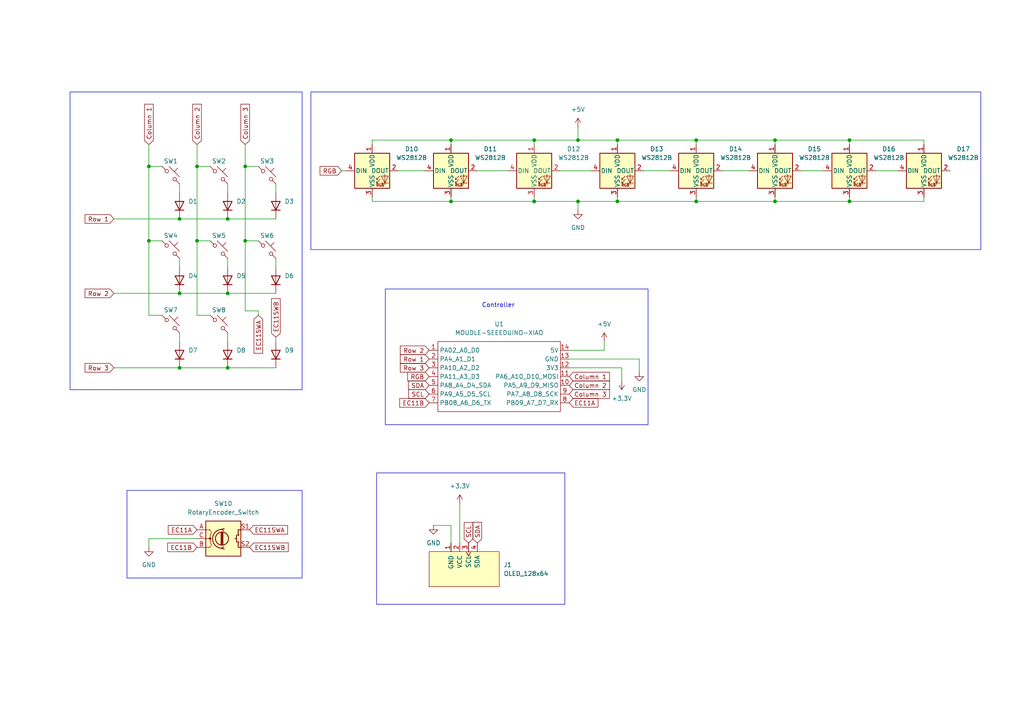
<source format=kicad_sch>
(kicad_sch (version 20231120) (generator "eeschema") (generator_version "8.0")
  (paper "A4")
  (lib_symbols
    (symbol "Device:D" (pin_numbers hide) (pin_names (offset 1.016) hide)
      (property "Reference" "D" (at 0 2.54 0))
      (property "Value" "D" (at 0 -2.54 0))
      (symbol "D_0_1"
        (polyline (pts (xy -1.27 1.27) (xy -1.27 -1.27)) (stroke (width 0.254)))
        (polyline (pts (xy 1.27 0) (xy -1.27 0)))
        (polyline (pts (xy 1.27 1.27) (xy 1.27 -1.27) (xy -1.27 0) (xy 1.27 1.27)) (stroke (width 0.254)))
      )
      (symbol "D_1_1"
        (pin passive line (at -3.81 0 0) (length 2.54) (name "K") (number "1"))
        (pin passive line (at 3.81 0 180) (length 2.54) (name "A") (number "2"))
      )
    )
    (symbol "Device:RotaryEncoder_Switch" (pin_names (offset 0.254) hide)
      (property "Reference" "SW" (at 0 6.604 0))
      (property "Value" "RotaryEncoder_Switch" (at 0 -6.604 0))
      (symbol "RotaryEncoder_Switch_0_1"
        (rectangle (start -5.08 5.08) (end 5.08 -5.08) (stroke (width 0.254)) (fill (type background)))
        (circle (center -3.81 0) (radius 0.254) (fill (type outline)))
        (circle (center -0.381 0) (radius 1.905) (stroke (width 0.254)))
        (arc (start -0.381 2.667) (mid -3.0988 -0.0635) (end -0.381 -2.794) (stroke (width 0.254)))
        (polyline (pts (xy -0.635 -1.778) (xy -0.635 1.778)) (stroke (width 0.254)))
        (polyline (pts (xy -0.381 -1.778) (xy -0.381 1.778)) (stroke (width 0.254)))
        (polyline (pts (xy -0.127 1.778) (xy -0.127 -1.778)) (stroke (width 0.254)))
        (polyline (pts (xy 3.81 0) (xy 3.429 0)) (stroke (width 0.254)))
        (polyline (pts (xy 3.81 1.016) (xy 3.81 -1.016)) (stroke (width 0.254)))
        (polyline (pts (xy -5.08 -2.54) (xy -3.81 -2.54) (xy -3.81 -2.032)))
        (polyline (pts (xy -5.08 2.54) (xy -3.81 2.54) (xy -3.81 2.032)))
        (polyline (pts (xy 0.254 -3.048) (xy -0.508 -2.794) (xy 0.127 -2.413)) (stroke (width 0.254)))
        (polyline (pts (xy 0.254 2.921) (xy -0.508 2.667) (xy 0.127 2.286)) (stroke (width 0.254)))
        (polyline (pts (xy 5.08 -2.54) (xy 4.318 -2.54) (xy 4.318 -1.016)) (stroke (width 0.254)))
        (polyline (pts (xy 5.08 2.54) (xy 4.318 2.54) (xy 4.318 1.016)) (stroke (width 0.254)))
        (polyline (pts (xy -5.08 0) (xy -3.81 0) (xy -3.81 -1.016) (xy -3.302 -2.032)))
        (polyline (pts (xy -4.318 0) (xy -3.81 0) (xy -3.81 1.016) (xy -3.302 2.032)))
        (circle (center 4.318 -1.016) (radius 0.127) (stroke (width 0.254)))
        (circle (center 4.318 1.016) (radius 0.127) (stroke (width 0.254)))
      )
      (symbol "RotaryEncoder_Switch_1_1"
        (pin passive line (at -7.62 2.54 0) (length 2.54) (name "A") (number "A"))
        (pin passive line (at -7.62 -2.54 0) (length 2.54) (name "B") (number "B"))
        (pin passive line (at -7.62 0 0) (length 2.54) (name "C") (number "C"))
        (pin passive line (at 7.62 2.54 180) (length 2.54) (name "S1") (number "S1"))
        (pin passive line (at 7.62 -2.54 180) (length 2.54) (name "S2") (number "S2"))
      )
    )
    (symbol "LED:WS2812B" (pin_names (offset 0.254))
      (property "Reference" "D" (at 5.08 5.715 0))
      (property "Value" "WS2812B" (at 1.27 -5.715 0))
      (symbol "WS2812B_0_0"
        (text "RGB" (at 2.286 -4.191 0) (effects (font (size 0.762 0.762))))
      )
      (symbol "WS2812B_0_1"
        (polyline (pts (xy 1.27 -3.556) (xy 1.778 -3.556)))
        (polyline (pts (xy 1.27 -2.54) (xy 1.778 -2.54)))
        (polyline (pts (xy 4.699 -3.556) (xy 2.667 -3.556)))
        (polyline (pts (xy 2.286 -2.54) (xy 1.27 -3.556) (xy 1.27 -3.048)))
        (polyline (pts (xy 2.286 -1.524) (xy 1.27 -2.54) (xy 1.27 -2.032)))
        (polyline (pts (xy 3.683 -1.016) (xy 3.683 -3.556) (xy 3.683 -4.064)))
        (polyline (pts (xy 4.699 -1.524) (xy 2.667 -1.524) (xy 3.683 -3.556) (xy 4.699 -1.524)))
        (rectangle (start 5.08 5.08) (end -5.08 -5.08) (stroke (width 0.254)) (fill (type background)))
      )
      (symbol "WS2812B_1_1"
        (pin power_in line (at 0 7.62 270) (length 2.54) (name "VDD") (number "1"))
        (pin output line (at 7.62 0 180) (length 2.54) (name "DOUT") (number "2"))
        (pin power_in line (at 0 -7.62 90) (length 2.54) (name "VSS") (number "3"))
        (pin input line (at -7.62 0 0) (length 2.54) (name "DIN") (number "4"))
      )
    )
    (symbol "ScottoKeebs:OLED_128x64" (pin_names (offset 1.016))
      (property "Reference" "J" (at 0 -11.43 0))
      (property "Value" "OLED_128x64" (at 0 -7.62 0))
      (symbol "OLED_128x64_0_1"
        (rectangle (start 10.16 -10.16) (end -10.16 0) (fill (type background)))
      )
      (symbol "OLED_128x64_1_1"
        (pin power_in line (at -3.81 2.54 270) (length 2.54) (name "GND") (number "1"))
        (pin power_in line (at -1.27 2.54 270) (length 2.54) (name "VCC") (number "2"))
        (pin input clock (at 1.27 2.54 270) (length 2.54) (name "SCL") (number "3"))
        (pin bidirectional line (at 3.81 2.54 270) (length 2.54) (name "SDA") (number "4"))
      )
    )
    (symbol "Switch:SW_Push_45deg" (pin_numbers hide) (pin_names (offset 1.016) hide)
      (property "Reference" "SW" (at 3.048 1.016 0))
      (property "Value" "SW_Push_45deg" (at 0 -3.81 0))
      (symbol "SW_Push_45deg_0_1"
        (circle (center -1.1684 1.1684) (radius 0.508))
        (polyline (pts (xy -0.508 2.54) (xy 2.54 -0.508)))
        (polyline (pts (xy 1.016 1.016) (xy 2.032 2.032)))
        (polyline (pts (xy -2.54 2.54) (xy -1.524 1.524) (xy -1.524 1.524)))
        (polyline (pts (xy 1.524 -1.524) (xy 2.54 -2.54) (xy 2.54 -2.54) (xy 2.54 -2.54)))
        (circle (center 1.143 -1.1938) (radius 0.508))
        (pin passive line (at -2.54 2.54 0) (length 0) (name "1") (number "1"))
        (pin passive line (at 2.54 -2.54 180) (length 0) (name "2") (number "2"))
      )
    )
    (symbol "XIAO_RP2040:MOUDLE-SEEEDUINO-XIAO"
      (property "Reference" "U" (at -16.51 11.43 0))
      (property "Value" "MOUDLE-SEEEDUINO-XIAO" (at -3.81 -11.43 0))
      (symbol "MOUDLE-SEEEDUINO-XIAO_0_1"
        (rectangle (start -16.51 10.16) (end 19.05 -10.16))
      )
      (symbol "MOUDLE-SEEEDUINO-XIAO_1_1"
        (pin passive line (at -19.05 7.62 0) (length 2.54) (name "PA02_A0_D0") (number "1"))
        (pin passive line (at 21.59 -2.54 180) (length 2.54) (name "PA5_A9_D9_MISO") (number "10"))
        (pin passive line (at 21.59 0 180) (length 2.54) (name "PA6_A10_D10_MOSI") (number "11"))
        (pin passive line (at 21.59 2.54 180) (length 2.54) (name "3V3") (number "12"))
        (pin passive line (at 21.59 5.08 180) (length 2.54) (name "GND") (number "13"))
        (pin passive line (at 21.59 7.62 180) (length 2.54) (name "5V") (number "14"))
        (pin passive line (at -19.05 5.08 0) (length 2.54) (name "PA4_A1_D1") (number "2"))
        (pin passive line (at -19.05 2.54 0) (length 2.54) (name "PA10_A2_D2") (number "3"))
        (pin passive line (at -19.05 0 0) (length 2.54) (name "PA11_A3_D3") (number "4"))
        (pin passive line (at -19.05 -2.54 0) (length 2.54) (name "PA8_A4_D4_SDA") (number "5"))
        (pin passive line (at -19.05 -5.08 0) (length 2.54) (name "PA9_A5_D5_SCL") (number "6"))
        (pin passive line (at -19.05 -7.62 0) (length 2.54) (name "PB08_A6_D6_TX") (number "7"))
        (pin passive line (at 21.59 -7.62 180) (length 2.54) (name "PB09_A7_D7_RX") (number "8"))
        (pin passive line (at 21.59 -5.08 180) (length 2.54) (name "PA7_A8_D8_SCK") (number "9"))
      )
    )
    (symbol "power:+3.3V" (power) (pin_numbers hide) (pin_names (offset 0) hide)
      (property "Value" "+3.3V" (at 0 3.556 0))
      (symbol "+3.3V_0_1"
        (polyline (pts (xy -0.762 1.27) (xy 0 2.54)))
        (polyline (pts (xy 0 0) (xy 0 2.54)))
        (polyline (pts (xy 0 2.54) (xy 0.762 1.27)))
      )
      (symbol "+3.3V_1_1"
        (pin power_in line (at 0 0 90) (length 0) (name "~") (number "1"))
      )
    )
    (symbol "power:+5V" (power) (pin_numbers hide) (pin_names (offset 0) hide)
      (property "Value" "+5V" (at 0 3.556 0))
      (symbol "+5V_0_1"
        (polyline (pts (xy -0.762 1.27) (xy 0 2.54)))
        (polyline (pts (xy 0 0) (xy 0 2.54)))
        (polyline (pts (xy 0 2.54) (xy 0.762 1.27)))
      )
      (symbol "+5V_1_1"
        (pin power_in line (at 0 0 90) (length 0) (name "~") (number "1"))
      )
    )
    (symbol "power:GND" (power) (pin_numbers hide) (pin_names (offset 0) hide)
      (property "Value" "GND" (at 0 -3.81 0))
      (symbol "GND_0_1"
        (polyline (pts (xy 0 0) (xy 0 -1.27) (xy 1.27 -1.27) (xy 0 -2.54) (xy -1.27 -1.27) (xy 0 -1.27)))
      )
      (symbol "GND_1_1"
        (pin power_in line (at 0 0 270) (length 0) (name "~") (number "1"))
      )
    )
  )
  (junction (at 167.64 40.64))
  (junction (at 154.94 58.42))
  (junction (at 130.81 58.42))
  (junction (at 52.07 85.09))
  (junction (at 57.15 69.85))
  (junction (at 201.93 40.64))
  (junction (at 130.81 40.64))
  (junction (at 66.04 85.09))
  (junction (at 224.79 40.64))
  (junction (at 71.12 48.26))
  (junction (at 224.79 58.42))
  (junction (at 43.18 69.85))
  (junction (at 52.07 106.68))
  (junction (at 246.38 40.64))
  (junction (at 57.15 48.26))
  (junction (at 179.07 40.64))
  (junction (at 43.18 48.26))
  (junction (at 66.04 106.68))
  (junction (at 154.94 40.64))
  (junction (at 179.07 58.42))
  (junction (at 52.07 63.5))
  (junction (at 66.04 63.5))
  (junction (at 201.93 58.42))
  (junction (at 71.12 69.85))
  (junction (at 246.38 58.42))
  (junction (at 167.64 58.42))
  (wire (pts (xy 267.97 57.15) (xy 267.97 58.42)))
  (wire (pts (xy 185.42 104.14) (xy 185.42 107.95)))
  (wire (pts (xy 71.12 41.91) (xy 71.12 48.26)))
  (wire (pts (xy 130.81 58.42) (xy 130.81 57.15)))
  (wire (pts (xy 57.15 48.26) (xy 60.96 48.26)))
  (wire (pts (xy 52.07 63.5) (xy 66.04 63.5)))
  (wire (pts (xy 179.07 58.42) (xy 201.93 58.42)))
  (wire (pts (xy 246.38 58.42) (xy 224.79 58.42)))
  (wire (pts (xy 165.1 104.14) (xy 185.42 104.14)))
  (wire (pts (xy 71.12 48.26) (xy 71.12 69.85)))
  (wire (pts (xy 66.04 106.68) (xy 80.01 106.68)))
  (wire (pts (xy 224.79 40.64) (xy 224.79 41.91)))
  (wire (pts (xy 254 49.53) (xy 260.35 49.53)))
  (wire (pts (xy 267.97 58.42) (xy 246.38 58.42)))
  (wire (pts (xy 179.07 40.64) (xy 167.64 40.64)))
  (wire (pts (xy 167.64 58.42) (xy 167.64 60.96)))
  (wire (pts (xy 267.97 40.64) (xy 246.38 40.64)))
  (wire (pts (xy 167.64 58.42) (xy 179.07 58.42)))
  (wire (pts (xy 33.02 106.68) (xy 52.07 106.68)))
  (wire (pts (xy 57.15 41.91) (xy 57.15 48.26)))
  (wire (pts (xy 66.04 74.93) (xy 66.04 77.47)))
  (wire (pts (xy 33.02 85.09) (xy 52.07 85.09)))
  (wire (pts (xy 179.07 40.64) (xy 179.07 41.91)))
  (wire (pts (xy 180.34 106.68) (xy 180.34 110.49)))
  (wire (pts (xy 107.95 40.64) (xy 130.81 40.64)))
  (wire (pts (xy 66.04 53.34) (xy 66.04 55.88)))
  (wire (pts (xy 71.12 90.17) (xy 74.93 90.17)))
  (wire (pts (xy 154.94 58.42) (xy 167.64 58.42)))
  (wire (pts (xy 179.07 58.42) (xy 179.07 57.15)))
  (wire (pts (xy 209.55 49.53) (xy 217.17 49.53)))
  (wire (pts (xy 71.12 48.26) (xy 74.93 48.26)))
  (wire (pts (xy 57.15 69.85) (xy 57.15 91.44)))
  (wire (pts (xy 246.38 57.15) (xy 246.38 58.42)))
  (wire (pts (xy 43.18 41.91) (xy 43.18 48.26)))
  (wire (pts (xy 201.93 58.42) (xy 201.93 57.15)))
  (wire (pts (xy 57.15 48.26) (xy 57.15 69.85)))
  (wire (pts (xy 66.04 63.5) (xy 80.01 63.5)))
  (wire (pts (xy 43.18 69.85) (xy 46.99 69.85)))
  (wire (pts (xy 74.93 90.17) (xy 74.93 91.44)))
  (wire (pts (xy 224.79 40.64) (xy 201.93 40.64)))
  (wire (pts (xy 167.64 40.64) (xy 167.64 36.83)))
  (wire (pts (xy 154.94 40.64) (xy 154.94 41.91)))
  (wire (pts (xy 66.04 85.09) (xy 80.01 85.09)))
  (wire (pts (xy 66.04 96.52) (xy 66.04 99.06)))
  (wire (pts (xy 154.94 40.64) (xy 167.64 40.64)))
  (wire (pts (xy 154.94 58.42) (xy 154.94 57.15)))
  (wire (pts (xy 52.07 96.52) (xy 52.07 99.06)))
  (wire (pts (xy 246.38 41.91) (xy 246.38 40.64)))
  (wire (pts (xy 107.95 40.64) (xy 107.95 41.91)))
  (wire (pts (xy 224.79 58.42) (xy 224.79 57.15)))
  (wire (pts (xy 130.81 152.4) (xy 125.73 152.4)))
  (wire (pts (xy 107.95 58.42) (xy 130.81 58.42)))
  (wire (pts (xy 165.1 101.6) (xy 175.26 101.6)))
  (wire (pts (xy 115.57 49.53) (xy 123.19 49.53)))
  (wire (pts (xy 52.07 106.68) (xy 66.04 106.68)))
  (wire (pts (xy 52.07 85.09) (xy 66.04 85.09)))
  (wire (pts (xy 43.18 91.44) (xy 46.99 91.44)))
  (wire (pts (xy 57.15 69.85) (xy 60.96 69.85)))
  (wire (pts (xy 80.01 74.93) (xy 80.01 77.47)))
  (wire (pts (xy 130.81 40.64) (xy 154.94 40.64)))
  (wire (pts (xy 33.02 63.5) (xy 52.07 63.5)))
  (wire (pts (xy 186.69 49.53) (xy 194.31 49.53)))
  (wire (pts (xy 43.18 48.26) (xy 43.18 69.85)))
  (wire (pts (xy 52.07 74.93) (xy 52.07 77.47)))
  (wire (pts (xy 43.18 48.26) (xy 46.99 48.26)))
  (wire (pts (xy 201.93 40.64) (xy 179.07 40.64)))
  (wire (pts (xy 130.81 40.64) (xy 130.81 41.91)))
  (wire (pts (xy 138.43 49.53) (xy 147.32 49.53)))
  (wire (pts (xy 246.38 40.64) (xy 224.79 40.64)))
  (wire (pts (xy 99.06 49.53) (xy 100.33 49.53)))
  (wire (pts (xy 43.18 69.85) (xy 43.18 91.44)))
  (wire (pts (xy 130.81 58.42) (xy 154.94 58.42)))
  (wire (pts (xy 130.81 157.48) (xy 130.81 152.4)))
  (wire (pts (xy 107.95 58.42) (xy 107.95 57.15)))
  (wire (pts (xy 133.35 146.05) (xy 133.35 157.48)))
  (wire (pts (xy 232.41 49.53) (xy 238.76 49.53)))
  (wire (pts (xy 57.15 91.44) (xy 60.96 91.44)))
  (wire (pts (xy 43.18 158.75) (xy 43.18 156.21)))
  (wire (pts (xy 201.93 58.42) (xy 224.79 58.42)))
  (wire (pts (xy 162.56 49.53) (xy 171.45 49.53)))
  (wire (pts (xy 201.93 40.64) (xy 201.93 41.91)))
  (wire (pts (xy 52.07 53.34) (xy 52.07 55.88)))
  (wire (pts (xy 71.12 69.85) (xy 71.12 90.17)))
  (wire (pts (xy 175.26 101.6) (xy 175.26 99.06)))
  (wire (pts (xy 267.97 41.91) (xy 267.97 40.64)))
  (wire (pts (xy 165.1 106.68) (xy 180.34 106.68)))
  (wire (pts (xy 43.18 156.21) (xy 57.15 156.21)))
  (wire (pts (xy 80.01 53.34) (xy 80.01 55.88)))
  (wire (pts (xy 71.12 69.85) (xy 74.93 69.85)))
  (wire (pts (xy 80.01 97.79) (xy 80.01 99.06)))
  (rectangle (start 109.22 137.16) (end 163.83 175.26))
  (rectangle (start 90.17 26.67) (end 284.48 72.39))
  (rectangle (start 36.83 142.24) (end 87.63 167.64))
  (rectangle (start 111.76 83.82) (end 187.96 123.19))
  (rectangle (start 20.32 26.67) (end 87.63 113.03))
  (text "Controller" (at 144.526 88.646 0) (effects (font (size 1.27 1.27))))
  (global_label "Row 3" (shape input) (at 124.46 106.68 180) (property "Intersheetrefs" "${INTERSHEET_REFS}" (effects (hide yes))))
  (global_label "Column 1" (shape input) (at 165.1 109.22 0) (property "Intersheetrefs" "${INTERSHEET_REFS}" (effects (hide yes))))
  (global_label "Column 2" (shape input) (at 165.1 111.76 0) (property "Intersheetrefs" "${INTERSHEET_REFS}" (effects (hide yes))))
  (global_label "Row 2" (shape input) (at 124.46 101.6 180) (property "Intersheetrefs" "${INTERSHEET_REFS}" (effects (hide yes))))
  (global_label "EC11SWB" (shape input) (at 72.39 158.75 0) (property "Intersheetrefs" "${INTERSHEET_REFS}" (effects (hide yes))))
  (global_label "EC11B" (shape input) (at 57.15 158.75 180) (property "Intersheetrefs" "${INTERSHEET_REFS}" (effects (hide yes))))
  (global_label "Row 1" (shape input) (at 124.46 104.14 180) (property "Intersheetrefs" "${INTERSHEET_REFS}" (effects (hide yes))))
  (global_label "SCL" (shape input) (at 124.46 114.3 180) (property "Intersheetrefs" "${INTERSHEET_REFS}" (effects (hide yes))))
  (global_label "EC11A" (shape input) (at 57.15 153.67 180) (property "Intersheetrefs" "${INTERSHEET_REFS}" (effects (hide yes))))
  (global_label "EC11B" (shape input) (at 124.46 116.84 180) (property "Intersheetrefs" "${INTERSHEET_REFS}" (effects (hide yes))))
  (global_label "SDA" (shape input) (at 138.43 157.48 90) (property "Intersheetrefs" "${INTERSHEET_REFS}" (effects (hide yes))))
  (global_label "EC11SWA" (shape input) (at 74.93 91.44 270) (property "Intersheetrefs" "${INTERSHEET_REFS}" (effects (hide yes))))
  (global_label "SCL" (shape input) (at 135.89 157.48 90) (property "Intersheetrefs" "${INTERSHEET_REFS}" (effects (hide yes))))
  (global_label "Row 3" (shape input) (at 33.02 106.68 180) (property "Intersheetrefs" "${INTERSHEET_REFS}" (effects (hide yes))))
  (global_label "Column 2" (shape input) (at 57.15 41.91 90) (property "Intersheetrefs" "${INTERSHEET_REFS}" (effects (hide yes))))
  (global_label "Column 3" (shape input) (at 71.12 41.91 90) (property "Intersheetrefs" "${INTERSHEET_REFS}" (effects (hide yes))))
  (global_label "Column 3" (shape input) (at 165.1 114.3 0) (property "Intersheetrefs" "${INTERSHEET_REFS}" (effects (hide yes))))
  (global_label "SDA" (shape input) (at 124.46 111.76 180) (property "Intersheetrefs" "${INTERSHEET_REFS}" (effects (hide yes))))
  (global_label "EC11SWA" (shape input) (at 72.39 153.67 0) (property "Intersheetrefs" "${INTERSHEET_REFS}" (effects (hide yes))))
  (global_label "RGB" (shape input) (at 99.06 49.53 180) (property "Intersheetrefs" "${INTERSHEET_REFS}" (effects (hide yes))))
  (global_label "Row 2" (shape input) (at 33.02 85.09 180) (property "Intersheetrefs" "${INTERSHEET_REFS}" (effects (hide yes))))
  (global_label "EC11SWB" (shape input) (at 80.01 97.79 90) (property "Intersheetrefs" "${INTERSHEET_REFS}" (effects (hide yes))))
  (global_label "Row 1" (shape input) (at 33.02 63.5 180) (property "Intersheetrefs" "${INTERSHEET_REFS}" (effects (hide yes))))
  (global_label "RGB" (shape input) (at 124.46 109.22 180) (property "Intersheetrefs" "${INTERSHEET_REFS}" (effects (hide yes))))
  (global_label "Column 1" (shape input) (at 43.18 41.91 90) (property "Intersheetrefs" "${INTERSHEET_REFS}" (effects (hide yes))))
  (global_label "EC11A" (shape input) (at 165.1 116.84 0) (property "Intersheetrefs" "${INTERSHEET_REFS}" (effects (hide yes))))
  (symbol (lib_id "power:+5V") (at 175.26 99.06 0) (unit 1)
    (property "Reference" "#PWR02" (effects (hide yes)))
    (property "Value" "+5V" (at 175.26 93.98 0))
    (property "Description" "Power symbol creates a global label with name \"+5V\"" (effects (hide yes)))
  )
  (symbol (lib_id "Switch:SW_Push_45deg") (at 49.53 93.98 0) (unit 1)
    (property "Reference" "SW7" (at 49.53 89.916 0))
    (property "Value" "SW_Push_45deg" (effects (hide yes)))
    (property "Footprint" "ScottoKeebs_MX:MX_PCB_1.00u" (effects (hide yes)))
    (property "Description" "Push button switch, normally open, two pins, 45° tilted" (effects (hide yes)))
  )
  (symbol (lib_id "power:GND") (at 167.64 60.96 0) (unit 1)
    (property "Reference" "#PWR06" (effects (hide yes)))
    (property "Value" "GND" (at 167.64 66.04 0))
    (property "Description" "Power symbol creates a global label with name \"GND\" , ground" (effects (hide yes)))
  )
  (symbol (lib_id "LED:WS2812B") (at 107.95 49.53 0) (unit 1)
    (property "Reference" "D10" (at 119.38 43.2114 0))
    (property "Value" "WS2812B" (at 119.38 45.7514 0))
    (property "Footprint" "ScottoKeebs_Components:LED_WS2812B" (effects (hide yes)))
    (property "Datasheet" "https://cdn-shop.adafruit.com/datasheets/WS2812B.pdf" (effects (hide yes)))
    (property "Description" "RGB LED with integrated controller" (effects (hide yes)))
  )
  (symbol (lib_id "LED:WS2812B") (at 201.93 49.53 0) (unit 1)
    (property "Reference" "D14" (at 213.36 43.2114 0))
    (property "Value" "WS2812B" (at 213.36 45.7514 0))
    (property "Footprint" "ScottoKeebs_Components:LED_WS2812B" (effects (hide yes)))
    (property "Datasheet" "https://cdn-shop.adafruit.com/datasheets/WS2812B.pdf" (effects (hide yes)))
    (property "Description" "RGB LED with integrated controller" (effects (hide yes)))
  )
  (symbol (lib_id "Device:D") (at 52.07 81.28 90) (unit 1)
    (property "Reference" "D4" (at 54.61 80.0099 90) (effects (justify right)))
    (property "Value" "D" (effects (hide yes)))
    (property "Footprint" "ScottoKeebs_Components:Diode_DO-35" (effects (hide yes)))
    (property "Description" "Diode" (effects (hide yes)))
    (property "Sim.Device" "D" (effects (hide yes)))
    (property "Sim.Pins" "1=K 2=A" (effects (hide yes)))
  )
  (symbol (lib_id "LED:WS2812B") (at 224.79 49.53 0) (unit 1)
    (property "Reference" "D15" (at 236.22 43.2114 0))
    (property "Value" "WS2812B" (at 236.22 45.7514 0))
    (property "Footprint" "ScottoKeebs_Components:LED_WS2812B" (effects (hide yes)))
    (property "Datasheet" "https://cdn-shop.adafruit.com/datasheets/WS2812B.pdf" (effects (hide yes)))
    (property "Description" "RGB LED with integrated controller" (effects (hide yes)))
  )
  (symbol (lib_id "LED:WS2812B") (at 246.38 49.53 0) (unit 1)
    (property "Reference" "D16" (at 257.81 43.2114 0))
    (property "Value" "WS2812B" (at 257.81 45.7514 0))
    (property "Footprint" "ScottoKeebs_Components:LED_WS2812B" (effects (hide yes)))
    (property "Datasheet" "https://cdn-shop.adafruit.com/datasheets/WS2812B.pdf" (effects (hide yes)))
    (property "Description" "RGB LED with integrated controller" (effects (hide yes)))
  )
  (symbol (lib_id "Switch:SW_Push_45deg") (at 63.5 93.98 0) (unit 1)
    (property "Reference" "SW8" (at 63.5 89.916 0))
    (property "Value" "SW_Push_45deg" (effects (hide yes)))
    (property "Footprint" "ScottoKeebs_MX:MX_PCB_1.00u" (effects (hide yes)))
    (property "Description" "Push button switch, normally open, two pins, 45° tilted" (effects (hide yes)))
  )
  (symbol (lib_id "Device:D") (at 66.04 102.87 90) (unit 1)
    (property "Reference" "D8" (at 68.58 101.5999 90) (effects (justify right)))
    (property "Value" "D" (effects (hide yes)))
    (property "Footprint" "ScottoKeebs_Components:Diode_DO-35" (effects (hide yes)))
    (property "Description" "Diode" (effects (hide yes)))
    (property "Sim.Device" "D" (effects (hide yes)))
    (property "Sim.Pins" "1=K 2=A" (effects (hide yes)))
  )
  (symbol (lib_id "Device:D") (at 66.04 81.28 90) (unit 1)
    (property "Reference" "D5" (at 68.58 80.0099 90) (effects (justify right)))
    (property "Value" "D" (effects (hide yes)))
    (property "Footprint" "ScottoKeebs_Components:Diode_DO-35" (effects (hide yes)))
    (property "Description" "Diode" (effects (hide yes)))
    (property "Sim.Device" "D" (effects (hide yes)))
    (property "Sim.Pins" "1=K 2=A" (effects (hide yes)))
  )
  (symbol (lib_id "power:+5V") (at 167.64 36.83 0) (unit 1)
    (property "Reference" "#PWR07" (effects (hide yes)))
    (property "Value" "+5V" (at 167.64 31.75 0))
    (property "Description" "Power symbol creates a global label with name \"+5V\"" (effects (hide yes)))
  )
  (symbol (lib_id "power:GND") (at 125.73 152.4 0) (unit 1)
    (property "Reference" "#PWR04" (effects (hide yes)))
    (property "Value" "GND" (at 125.73 157.48 0))
    (property "Description" "Power symbol creates a global label with name \"GND\" , ground" (effects (hide yes)))
  )
  (symbol (lib_id "Device:RotaryEncoder_Switch") (at 64.77 156.21 0) (unit 1)
    (property "Reference" "SW10" (at 64.77 146.05 0))
    (property "Value" "RotaryEncoder_Switch" (at 64.77 148.59 0))
    (property "Footprint" "Rotary_Encoder:RotaryEncoder_Alps_EC11E-Switch_Vertical_H20mm" (effects (hide yes)))
    (property "Description" "Rotary encoder, dual channel, incremental quadrate outputs, with switch" (effects (hide yes)))
  )
  (symbol (lib_id "Switch:SW_Push_45deg") (at 77.47 50.8 0) (unit 1)
    (property "Reference" "SW3" (at 77.47 46.736 0))
    (property "Value" "SW_Push_45deg" (effects (hide yes)))
    (property "Footprint" "ScottoKeebs_MX:MX_PCB_1.00u" (effects (hide yes)))
    (property "Description" "Push button switch, normally open, two pins, 45° tilted" (effects (hide yes)))
  )
  (symbol (lib_id "LED:WS2812B") (at 267.97 49.53 0) (unit 1)
    (property "Reference" "D17" (at 279.4 43.2114 0))
    (property "Value" "WS2812B" (at 279.4 45.7514 0))
    (property "Footprint" "ScottoKeebs_Components:LED_WS2812B" (effects (hide yes)))
    (property "Datasheet" "https://cdn-shop.adafruit.com/datasheets/WS2812B.pdf" (effects (hide yes)))
    (property "Description" "RGB LED with integrated controller" (effects (hide yes)))
  )
  (symbol (lib_id "LED:WS2812B") (at 179.07 49.53 0) (unit 1)
    (property "Reference" "D13" (at 190.5 43.2114 0))
    (property "Value" "WS2812B" (at 190.5 45.7514 0))
    (property "Footprint" "ScottoKeebs_Components:LED_WS2812B" (effects (hide yes)))
    (property "Datasheet" "https://cdn-shop.adafruit.com/datasheets/WS2812B.pdf" (effects (hide yes)))
    (property "Description" "RGB LED with integrated controller" (effects (hide yes)))
  )
  (symbol (lib_id "ScottoKeebs:OLED_128x64") (at 134.62 160.02 0) (unit 1)
    (property "Reference" "J1" (at 146.05 163.8299 0) (effects (justify left)))
    (property "Value" "OLED_128x64" (at 146.05 166.3699 0) (effects (justify left)))
    (property "Footprint" "ScottoKeebs_Components:OLED_128x64" (effects (hide yes)))
  )
  (symbol (lib_id "power:+3.3V") (at 133.35 146.05 0) (unit 1)
    (property "Reference" "#PWR05" (effects (hide yes)))
    (property "Value" "+3.3V" (at 133.35 140.97 0))
    (property "Description" "Power symbol creates a global label with name \"+3.3V\"" (effects (hide yes)))
  )
  (symbol (lib_id "XIAO_RP2040:MOUDLE-SEEEDUINO-XIAO") (at 143.51 109.22 0) (unit 1)
    (property "Reference" "U1" (at 144.78 93.98 0))
    (property "Value" "MOUDLE-SEEEDUINO-XIAO" (at 144.78 96.52 0))
    (property "Footprint" "Seeed Studio XIAO Series Library:XIAO-Generic-Hybrid-14P-2.54-21X17.8MM" (effects (hide yes)))
  )
  (symbol (lib_id "Device:D") (at 52.07 59.69 90) (unit 1)
    (property "Reference" "D1" (at 54.61 58.4199 90) (effects (justify right)))
    (property "Value" "D" (effects (hide yes)))
    (property "Footprint" "ScottoKeebs_Components:Diode_DO-35" (effects (hide yes)))
    (property "Description" "Diode" (effects (hide yes)))
    (property "Sim.Device" "D" (effects (hide yes)))
    (property "Sim.Pins" "1=K 2=A" (effects (hide yes)))
  )
  (symbol (lib_id "power:+3.3V") (at 180.34 110.49 180) (unit 1)
    (property "Reference" "#PWR08" (effects (hide yes)))
    (property "Value" "+3.3V" (at 180.34 115.57 0))
    (property "Description" "Power symbol creates a global label with name \"+3.3V\"" (effects (hide yes)))
  )
  (symbol (lib_id "Device:D") (at 80.01 59.69 90) (unit 1)
    (property "Reference" "D3" (at 82.55 58.4199 90) (effects (justify right)))
    (property "Value" "D" (effects (hide yes)))
    (property "Footprint" "ScottoKeebs_Components:Diode_DO-35" (effects (hide yes)))
    (property "Description" "Diode" (effects (hide yes)))
    (property "Sim.Device" "D" (effects (hide yes)))
    (property "Sim.Pins" "1=K 2=A" (effects (hide yes)))
  )
  (symbol (lib_id "LED:WS2812B") (at 130.81 49.53 0) (unit 1)
    (property "Reference" "D11" (at 142.24 43.2114 0))
    (property "Value" "WS2812B" (at 142.24 45.7514 0))
    (property "Footprint" "ScottoKeebs_Components:LED_WS2812B" (effects (hide yes)))
    (property "Datasheet" "https://cdn-shop.adafruit.com/datasheets/WS2812B.pdf" (effects (hide yes)))
    (property "Description" "RGB LED with integrated controller" (effects (hide yes)))
  )
  (symbol (lib_id "Device:D") (at 52.07 102.87 90) (unit 1)
    (property "Reference" "D7" (at 54.61 101.5999 90) (effects (justify right)))
    (property "Value" "D" (effects (hide yes)))
    (property "Footprint" "ScottoKeebs_Components:Diode_DO-35" (effects (hide yes)))
    (property "Description" "Diode" (effects (hide yes)))
    (property "Sim.Device" "D" (effects (hide yes)))
    (property "Sim.Pins" "1=K 2=A" (effects (hide yes)))
  )
  (symbol (lib_id "Switch:SW_Push_45deg") (at 49.53 50.8 0) (unit 1)
    (property "Reference" "SW1" (at 49.53 46.736 0))
    (property "Value" "SW_Push_45deg" (effects (hide yes)))
    (property "Footprint" "ScottoKeebs_MX:MX_PCB_1.00u" (effects (hide yes)))
    (property "Description" "Push button switch, normally open, two pins, 45° tilted" (effects (hide yes)))
  )
  (symbol (lib_id "Device:D") (at 66.04 59.69 90) (unit 1)
    (property "Reference" "D2" (at 68.58 58.4199 90) (effects (justify right)))
    (property "Value" "D" (effects (hide yes)))
    (property "Footprint" "ScottoKeebs_Components:Diode_DO-35" (effects (hide yes)))
    (property "Description" "Diode" (effects (hide yes)))
    (property "Sim.Device" "D" (effects (hide yes)))
    (property "Sim.Pins" "1=K 2=A" (effects (hide yes)))
  )
  (symbol (lib_id "Device:D") (at 80.01 102.87 90) (unit 1)
    (property "Reference" "D9" (at 82.55 101.5999 90) (effects (justify right)))
    (property "Value" "D" (effects (hide yes)))
    (property "Footprint" "ScottoKeebs_Components:Diode_DO-35" (effects (hide yes)))
    (property "Description" "Diode" (effects (hide yes)))
    (property "Sim.Device" "D" (effects (hide yes)))
    (property "Sim.Pins" "1=K 2=A" (effects (hide yes)))
  )
  (symbol (lib_id "Switch:SW_Push_45deg") (at 63.5 72.39 0) (unit 1)
    (property "Reference" "SW5" (at 63.5 68.326 0))
    (property "Value" "SW_Push_45deg" (effects (hide yes)))
    (property "Footprint" "ScottoKeebs_MX:MX_PCB_1.00u" (effects (hide yes)))
    (property "Description" "Push button switch, normally open, two pins, 45° tilted" (effects (hide yes)))
  )
  (symbol (lib_id "power:GND") (at 43.18 158.75 0) (unit 1)
    (property "Reference" "#PWR03" (effects (hide yes)))
    (property "Value" "GND" (at 43.18 163.83 0))
    (property "Description" "Power symbol creates a global label with name \"GND\" , ground" (effects (hide yes)))
  )
  (symbol (lib_id "Switch:SW_Push_45deg") (at 77.47 72.39 0) (unit 1)
    (property "Reference" "SW6" (at 77.47 68.326 0))
    (property "Value" "SW_Push_45deg" (effects (hide yes)))
    (property "Footprint" "ScottoKeebs_MX:MX_PCB_1.00u" (effects (hide yes)))
    (property "Description" "Push button switch, normally open, two pins, 45° tilted" (effects (hide yes)))
  )
  (symbol (lib_id "Switch:SW_Push_45deg") (at 63.5 50.8 0) (unit 1)
    (property "Reference" "SW2" (at 63.5 46.736 0))
    (property "Value" "SW_Push_45deg" (effects (hide yes)))
    (property "Footprint" "ScottoKeebs_MX:MX_PCB_1.00u" (effects (hide yes)))
    (property "Description" "Push button switch, normally open, two pins, 45° tilted" (effects (hide yes)))
  )
  (symbol (lib_id "power:GND") (at 185.42 107.95 0) (unit 1)
    (property "Reference" "#PWR01" (effects (hide yes)))
    (property "Value" "GND" (at 185.42 113.03 0))
    (property "Description" "Power symbol creates a global label with name \"GND\" , ground" (effects (hide yes)))
  )
  (symbol (lib_id "Switch:SW_Push_45deg") (at 49.53 72.39 0) (unit 1)
    (property "Reference" "SW4" (at 49.53 68.326 0))
    (property "Value" "SW_Push_45deg" (effects (hide yes)))
    (property "Footprint" "ScottoKeebs_MX:MX_PCB_1.00u" (effects (hide yes)))
    (property "Description" "Push button switch, normally open, two pins, 45° tilted" (effects (hide yes)))
  )
  (symbol (lib_id "Device:D") (at 80.01 81.28 90) (unit 1)
    (property "Reference" "D6" (at 82.55 80.0099 90) (effects (justify right)))
    (property "Value" "D" (effects (hide yes)))
    (property "Footprint" "ScottoKeebs_Components:Diode_DO-35" (effects (hide yes)))
    (property "Description" "Diode" (effects (hide yes)))
    (property "Sim.Device" "D" (effects (hide yes)))
    (property "Sim.Pins" "1=K 2=A" (effects (hide yes)))
  )
  (symbol (lib_id "LED:WS2812B") (at 154.94 49.53 0) (unit 1)
    (property "Reference" "D12" (at 166.37 43.2114 0))
    (property "Value" "WS2812B" (at 166.37 45.7514 0))
    (property "Footprint" "ScottoKeebs_Components:LED_WS2812B" (effects (hide yes)))
    (property "Datasheet" "https://cdn-shop.adafruit.com/datasheets/WS2812B.pdf" (effects (hide yes)))
    (property "Description" "RGB LED with integrated controller" (effects (hide yes)))
  )
)
</source>
